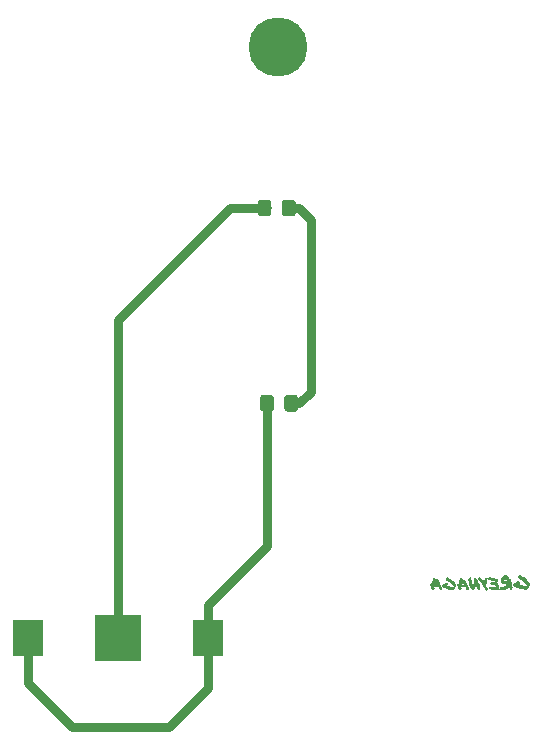
<source format=gbr>
G04 #@! TF.GenerationSoftware,KiCad,Pcbnew,5.1.4-e60b266~84~ubuntu18.04.1*
G04 #@! TF.CreationDate,2019-09-14T19:57:04-06:00*
G04 #@! TF.ProjectId,001,3030312e-6b69-4636-9164-5f7063625858,1*
G04 #@! TF.SameCoordinates,Original*
G04 #@! TF.FileFunction,Copper,L2,Bot*
G04 #@! TF.FilePolarity,Positive*
%FSLAX46Y46*%
G04 Gerber Fmt 4.6, Leading zero omitted, Abs format (unit mm)*
G04 Created by KiCad (PCBNEW 5.1.4-e60b266~84~ubuntu18.04.1) date 2019-09-14 19:57:04*
%MOMM*%
%LPD*%
G04 APERTURE LIST*
%ADD10C,0.152400*%
%ADD11R,3.960000X3.960000*%
%ADD12R,2.540000X3.170000*%
%ADD13C,1.150000*%
%ADD14C,5.000000*%
%ADD15C,0.762000*%
G04 APERTURE END LIST*
D10*
G36*
X151068023Y-94305496D02*
G01*
X151562239Y-94000681D01*
X151469219Y-93993781D01*
X151374479Y-93978280D01*
X151400319Y-93871483D01*
X151429599Y-93759516D01*
X151439939Y-93776746D01*
X151507119Y-93857707D01*
X151560519Y-93942117D01*
X151581189Y-93973127D01*
X151600139Y-94004137D01*
X151581189Y-94002437D01*
X151562239Y-94000737D01*
X151562239Y-94000681D01*
X151068023Y-94305496D01*
X151099033Y-94365786D01*
X151145543Y-94419186D01*
X151204113Y-94457086D01*
X151273013Y-94474316D01*
X151304023Y-94462256D01*
X151319523Y-94451926D01*
X151329863Y-94446726D01*
X151336763Y-94441526D01*
X151357433Y-94432926D01*
X151350533Y-94410536D01*
X151352233Y-94389866D01*
X151372903Y-94367476D01*
X151383243Y-94357135D01*
X151391843Y-94346806D01*
X151421123Y-94314076D01*
X151374613Y-94302016D01*
X151317763Y-94271006D01*
X151305703Y-94207266D01*
X151364273Y-94205566D01*
X151410783Y-94217626D01*
X151474513Y-94233126D01*
X151543413Y-94238326D01*
X151569253Y-94238326D01*
X151595093Y-94234926D01*
X151612313Y-94231526D01*
X151619213Y-94210856D01*
X151626113Y-94203956D01*
X151645063Y-94181566D01*
X151648463Y-94143666D01*
X151658793Y-94112655D01*
X151674293Y-94155716D01*
X151681193Y-94172946D01*
X151698423Y-94176346D01*
X151703623Y-94184946D01*
X151705323Y-94193546D01*
X151713923Y-94222826D01*
X151720823Y-94229726D01*
X151727723Y-94234926D01*
X151736323Y-94265936D01*
X151746663Y-94295216D01*
X151762163Y-94340006D01*
X151765563Y-94381346D01*
X151772463Y-94400296D01*
X151791413Y-94417526D01*
X151812083Y-94427856D01*
X151822423Y-94434756D01*
X151831023Y-94438156D01*
X151836223Y-94457106D01*
X151856893Y-94460506D01*
X151884453Y-94465706D01*
X151901683Y-94467406D01*
X151918913Y-94465706D01*
X151948193Y-94441586D01*
X151972313Y-94422636D01*
X151989533Y-94391626D01*
X151992933Y-94372675D01*
X151996333Y-94355446D01*
X152001533Y-94345116D01*
X152023923Y-94324446D01*
X152004973Y-94308946D01*
X152003273Y-94279666D01*
X151930923Y-94110857D01*
X151849963Y-93945492D01*
X151824123Y-93890372D01*
X151796563Y-93835251D01*
X151798263Y-93823191D01*
X151794863Y-93807691D01*
X151763853Y-93756011D01*
X151739733Y-93707781D01*
X151712173Y-93650941D01*
X151674273Y-93594102D01*
X151646713Y-93582041D01*
X151634653Y-93578641D01*
X151619153Y-93575241D01*
X151593313Y-93578641D01*
X151508913Y-93516631D01*
X151434843Y-93418441D01*
X151417613Y-93394331D01*
X151395223Y-93408111D01*
X151371103Y-93418441D01*
X151338373Y-93427041D01*
X151279803Y-93442541D01*
X151235013Y-93468381D01*
X151222953Y-93509721D01*
X151217753Y-93537281D01*
X151209153Y-93595851D01*
X151202253Y-93661311D01*
X151188473Y-93719881D01*
X151176413Y-93776721D01*
X151159183Y-93857682D01*
X151136793Y-93930032D01*
X151119563Y-93931732D01*
X151102343Y-93926532D01*
X151079953Y-93923132D01*
X151061003Y-93921432D01*
X151054103Y-93938662D01*
X151036873Y-93955892D01*
X151004143Y-93966232D01*
X150985193Y-93981732D01*
X150971413Y-93992072D01*
X150945573Y-94002402D01*
X150959353Y-94028242D01*
X151009303Y-94088532D01*
X151079923Y-94135042D01*
X151078223Y-94155712D01*
X151073023Y-94174662D01*
X151064423Y-94234952D01*
X151064423Y-94298682D01*
X151068023Y-94305496D01*
X151068023Y-94305496D01*
G37*
G36*
X151996324Y-94151824D02*
G01*
X152104845Y-94267235D01*
X152252984Y-94334415D01*
X152423516Y-94380925D01*
X152594049Y-94434325D01*
X152637109Y-94436025D01*
X152671559Y-94441225D01*
X152702569Y-94446425D01*
X152737019Y-94449825D01*
X152745619Y-94453225D01*
X152750819Y-94460125D01*
X152804219Y-94465325D01*
X152842119Y-94465325D01*
X152885179Y-94470525D01*
X152923079Y-94475725D01*
X153126340Y-94384425D01*
X153207300Y-94146713D01*
X153210700Y-94136383D01*
X153217600Y-94131183D01*
X153214200Y-94101903D01*
X153212500Y-94070893D01*
X153110870Y-93895193D01*
X152974789Y-93750498D01*
X152954119Y-93729828D01*
X152938619Y-93709158D01*
X152919669Y-93691928D01*
X152893829Y-93679868D01*
X152807699Y-93604078D01*
X152702624Y-93538618D01*
X152594104Y-93474888D01*
X152494194Y-93402538D01*
X152466634Y-93407738D01*
X152447684Y-93407738D01*
X152414954Y-93443908D01*
X152371894Y-93466298D01*
X152330554Y-93492138D01*
X152301274Y-93533478D01*
X152311614Y-93542078D01*
X152306414Y-93557578D01*
X152304714Y-93573078D01*
X152316774Y-93579978D01*
X152306444Y-93590318D01*
X152296104Y-93598918D01*
X152301304Y-93612698D01*
X152301304Y-93629928D01*
X152378824Y-93672988D01*
X152466674Y-93717778D01*
X152561414Y-93767728D01*
X152656154Y-93828018D01*
X152750894Y-93905539D01*
X152843914Y-93993389D01*
X152928324Y-94089849D01*
X152995504Y-94186309D01*
X152988604Y-94200089D01*
X152980004Y-94212149D01*
X152878374Y-94212149D01*
X152781914Y-94217349D01*
X152775014Y-94207009D01*
X152766414Y-94196669D01*
X152583824Y-94165659D01*
X152411569Y-94119149D01*
X152437409Y-94110549D01*
X152458079Y-94101949D01*
X152458079Y-94088169D01*
X152440849Y-94074389D01*
X152480469Y-94039939D01*
X152497699Y-93984819D01*
X152487369Y-93964149D01*
X152497699Y-93945199D01*
X152506299Y-93945199D01*
X152509699Y-93950399D01*
X152511399Y-93957299D01*
X152519999Y-93955599D01*
X152513099Y-93929759D01*
X152502759Y-93905649D01*
X152383904Y-93826408D01*
X152337394Y-93857419D01*
X152280554Y-93890149D01*
X152218544Y-93922879D01*
X152158254Y-93953889D01*
X152115194Y-93981449D01*
X152079024Y-94017619D01*
X152044574Y-94052069D01*
X152001514Y-94081349D01*
X151999814Y-94117519D01*
X151996414Y-94151969D01*
X151996324Y-94151824D01*
X151996324Y-94151824D01*
G37*
G36*
X153333022Y-94317189D02*
G01*
X153830838Y-94019188D01*
X153737818Y-94012288D01*
X153643078Y-93996788D01*
X153668918Y-93889990D01*
X153698198Y-93778023D01*
X153708528Y-93795253D01*
X153775708Y-93876214D01*
X153829108Y-93960624D01*
X153849778Y-93991634D01*
X153868728Y-94022644D01*
X153849778Y-94020944D01*
X153830828Y-94019244D01*
X153830838Y-94019188D01*
X153333022Y-94317189D01*
X153364032Y-94377479D01*
X153410542Y-94430879D01*
X153469112Y-94468779D01*
X153538012Y-94486009D01*
X153569022Y-94473949D01*
X153584522Y-94463619D01*
X153594862Y-94458419D01*
X153601762Y-94453219D01*
X153622432Y-94444619D01*
X153615532Y-94422229D01*
X153617232Y-94401559D01*
X153637902Y-94379169D01*
X153648242Y-94368829D01*
X153656842Y-94358498D01*
X153686122Y-94325769D01*
X153639612Y-94313709D01*
X153582762Y-94282699D01*
X153570702Y-94218959D01*
X153629272Y-94217259D01*
X153675782Y-94229319D01*
X153739512Y-94244819D01*
X153808412Y-94250019D01*
X153834252Y-94250019D01*
X153860092Y-94246619D01*
X153877312Y-94243219D01*
X153884212Y-94222549D01*
X153891112Y-94215649D01*
X153910062Y-94193259D01*
X153913462Y-94155359D01*
X153923792Y-94124349D01*
X153939292Y-94167409D01*
X153946192Y-94184639D01*
X153963422Y-94188039D01*
X153968622Y-94196639D01*
X153970322Y-94205239D01*
X153978922Y-94234519D01*
X153985822Y-94241419D01*
X153992722Y-94246619D01*
X154001322Y-94277629D01*
X154011662Y-94306909D01*
X154027162Y-94351699D01*
X154030562Y-94393039D01*
X154037462Y-94411989D01*
X154056412Y-94429219D01*
X154077082Y-94439549D01*
X154087422Y-94446449D01*
X154096022Y-94449849D01*
X154101222Y-94468799D01*
X154121892Y-94472199D01*
X154149452Y-94477399D01*
X154166682Y-94479099D01*
X154183912Y-94477399D01*
X154213192Y-94453279D01*
X154237312Y-94434329D01*
X154254532Y-94403319D01*
X154257932Y-94384369D01*
X154261332Y-94367139D01*
X154266532Y-94356809D01*
X154288922Y-94336139D01*
X154269972Y-94320639D01*
X154268272Y-94291359D01*
X154195922Y-94122550D01*
X154114962Y-93957185D01*
X154089122Y-93902065D01*
X154061562Y-93846944D01*
X154063262Y-93834884D01*
X154059862Y-93819384D01*
X154028852Y-93767704D01*
X154004732Y-93719474D01*
X153977172Y-93662634D01*
X153939272Y-93605794D01*
X153911712Y-93593735D01*
X153899652Y-93590334D01*
X153884152Y-93586934D01*
X153858312Y-93590334D01*
X153773912Y-93528324D01*
X153699842Y-93430134D01*
X153682612Y-93406024D01*
X153660222Y-93419804D01*
X153636102Y-93430134D01*
X153603372Y-93438734D01*
X153544802Y-93454234D01*
X153500012Y-93480074D01*
X153487952Y-93521414D01*
X153482752Y-93548974D01*
X153474152Y-93607544D01*
X153467252Y-93673004D01*
X153453472Y-93731574D01*
X153441412Y-93788414D01*
X153424192Y-93869375D01*
X153401802Y-93941725D01*
X153384572Y-93943425D01*
X153367352Y-93938225D01*
X153344962Y-93934825D01*
X153326012Y-93933125D01*
X153319112Y-93950355D01*
X153301882Y-93967585D01*
X153269152Y-93977925D01*
X153250202Y-93993425D01*
X153236422Y-94003765D01*
X153210582Y-94014095D01*
X153224362Y-94039935D01*
X153274312Y-94100225D01*
X153344932Y-94146735D01*
X153343232Y-94167405D01*
X153338032Y-94186355D01*
X153329432Y-94246645D01*
X153329432Y-94310375D01*
X153333022Y-94317189D01*
X153333022Y-94317189D01*
G37*
G36*
X154886760Y-94148379D02*
G01*
X154909150Y-94167329D01*
X154922930Y-94196609D01*
X154934990Y-94225889D01*
X154952220Y-94237949D01*
X154962550Y-94262069D01*
X154976330Y-94284459D01*
X154986660Y-94308579D01*
X154983260Y-94337859D01*
X155000480Y-94367139D01*
X155009080Y-94403309D01*
X155022860Y-94432589D01*
X155060760Y-94442929D01*
X155062460Y-94451529D01*
X155057260Y-94463589D01*
X155086540Y-94465289D01*
X155108930Y-94473889D01*
X155164050Y-94437719D01*
X155201950Y-94380879D01*
X155231230Y-94315419D01*
X155255350Y-94258579D01*
X155253650Y-94222409D01*
X155265710Y-94191399D01*
X155244370Y-94146239D01*
X155222540Y-94100319D01*
X155200230Y-94053649D01*
X155177430Y-94006229D01*
X155154150Y-93958049D01*
X155130380Y-93909119D01*
X155106130Y-93859429D01*
X155081390Y-93808988D01*
X155056570Y-93758248D01*
X155032080Y-93707678D01*
X155007910Y-93657268D01*
X154984060Y-93607018D01*
X154960540Y-93556928D01*
X154937340Y-93506998D01*
X154914460Y-93457228D01*
X154891910Y-93407628D01*
X154814400Y-93443798D01*
X154743780Y-93488588D01*
X154688660Y-93548878D01*
X154659380Y-93622948D01*
X154667980Y-93631548D01*
X154674880Y-93633248D01*
X154667980Y-93645308D01*
X154667980Y-93652208D01*
X154667980Y-93662548D01*
X154662780Y-93678048D01*
X154673110Y-93679748D01*
X154683450Y-93679748D01*
X154680050Y-93710758D01*
X154686950Y-93733148D01*
X154695550Y-93753818D01*
X154693850Y-93781378D01*
X154702450Y-93784778D01*
X154705850Y-93789979D01*
X154711050Y-93795178D01*
X154717950Y-93795178D01*
X154714550Y-93870969D01*
X154717950Y-93948479D01*
X154716250Y-94029439D01*
X154704190Y-94115569D01*
X154606010Y-94022549D01*
X154545720Y-93895080D01*
X154509550Y-93743495D01*
X154483710Y-93578130D01*
X154459590Y-93540230D01*
X154444090Y-93493720D01*
X154430310Y-93443770D01*
X154413080Y-93397260D01*
X154370020Y-93414490D01*
X154335570Y-93442050D01*
X154302840Y-93469610D01*
X154259780Y-93485110D01*
X154221880Y-93541950D01*
X154199490Y-93600520D01*
X154213270Y-93631530D01*
X154221870Y-93665980D01*
X154235650Y-93698710D01*
X154259770Y-93722830D01*
X154273550Y-93805510D01*
X154289050Y-93877861D01*
X154301110Y-93953651D01*
X154304510Y-94038051D01*
X154333790Y-94122451D01*
X154357910Y-94203411D01*
X154400970Y-94256811D01*
X154433700Y-94318821D01*
X154442300Y-94322221D01*
X154454360Y-94317021D01*
X154454360Y-94327361D01*
X154459560Y-94334261D01*
X154462960Y-94341161D01*
X154459560Y-94354941D01*
X154502620Y-94384221D01*
X154543960Y-94418671D01*
X154595640Y-94439341D01*
X154673150Y-94427281D01*
X154798896Y-94308425D01*
X154886746Y-94148228D01*
X154886760Y-94148379D01*
X154886760Y-94148379D01*
G37*
G36*
X155394912Y-94010575D02*
G01*
X155415582Y-94036415D01*
X155432812Y-94065695D01*
X155451762Y-94101865D01*
X155477602Y-94132875D01*
X155494832Y-94174215D01*
X155522392Y-94206945D01*
X155603352Y-94356807D01*
X155613692Y-94387817D01*
X155629192Y-94415377D01*
X155636092Y-94427437D01*
X155641292Y-94436037D01*
X155644692Y-94453267D01*
X155663642Y-94477387D01*
X155682592Y-94496337D01*
X155694652Y-94510117D01*
X155720492Y-94520447D01*
X155873798Y-94386089D01*
X155872098Y-94368859D01*
X155866898Y-94351639D01*
X155859998Y-94330969D01*
X155844498Y-94282739D01*
X155815218Y-94239679D01*
X155799718Y-94201779D01*
X155758378Y-94120819D01*
X155720478Y-94055359D01*
X155698088Y-94017459D01*
X155739428Y-93967509D01*
X155779048Y-93884829D01*
X155803168Y-93814208D01*
X155808368Y-93776308D01*
X155815268Y-93743578D01*
X155823868Y-93705678D01*
X155827268Y-93666058D01*
X155837598Y-93641938D01*
X155834198Y-93624708D01*
X155832498Y-93593698D01*
X155841098Y-93552358D01*
X155849698Y-93514458D01*
X155851398Y-93473118D01*
X155841058Y-93435218D01*
X155808328Y-93402488D01*
X155779048Y-93400788D01*
X155749768Y-93418018D01*
X155720488Y-93433518D01*
X155684318Y-93450748D01*
X155648148Y-93473138D01*
X155636088Y-93497258D01*
X155613698Y-93516208D01*
X155613698Y-93535158D01*
X155611998Y-93554108D01*
X155605098Y-93581668D01*
X155598198Y-93602339D01*
X155592998Y-93648848D01*
X155582668Y-93688468D01*
X155572338Y-93728088D01*
X155570638Y-93772878D01*
X155553408Y-93760818D01*
X155546508Y-93755618D01*
X155539608Y-93750418D01*
X155437978Y-93612614D01*
X155441378Y-93595384D01*
X155405208Y-93560934D01*
X155379368Y-93535094D01*
X155356978Y-93509254D01*
X155338028Y-93495474D01*
X155181276Y-93388676D01*
X155157156Y-93385276D01*
X155150256Y-93407666D01*
X155122696Y-93442116D01*
X155076186Y-93471396D01*
X155060686Y-93481736D01*
X155052086Y-93507576D01*
X155053786Y-93523076D01*
X155046886Y-93540306D01*
X155081336Y-93600596D01*
X155119236Y-93635046D01*
X155148516Y-93660886D01*
X155167466Y-93688446D01*
X155179526Y-93702226D01*
X155226036Y-93757346D01*
X155231236Y-93778016D01*
X155251906Y-93778016D01*
X155260506Y-93784916D01*
X155277736Y-93814196D01*
X155294956Y-93836586D01*
X155303556Y-93845187D01*
X155308756Y-93858967D01*
X155313956Y-93872747D01*
X155341516Y-93907197D01*
X155353576Y-93931317D01*
X155367356Y-93958877D01*
X155386306Y-93984717D01*
X155394912Y-94010575D01*
X155394912Y-94010575D01*
G37*
G36*
X155904786Y-93492087D02*
G01*
X155904786Y-93511037D01*
X155906486Y-93521367D01*
X155906486Y-93533427D01*
X155903086Y-93550657D01*
X155987496Y-93631617D01*
X156089126Y-93662627D01*
X156202814Y-93681577D01*
X156316502Y-93726367D01*
X156357842Y-93726367D01*
X156409522Y-93731567D01*
X156435362Y-93747067D01*
X156466372Y-93755667D01*
X156461172Y-93788398D01*
X156455972Y-93814237D01*
X156323335Y-93812537D01*
X156178641Y-93803937D01*
X156180341Y-93815997D01*
X156182041Y-93824597D01*
X156157921Y-93846987D01*
X156133801Y-93871108D01*
X156109681Y-93891778D01*
X156078671Y-93896978D01*
X156070071Y-93927988D01*
X156073471Y-93960718D01*
X156128591Y-94000338D01*
X156187161Y-94034788D01*
X156250891Y-94060628D01*
X156324961Y-94067528D01*
X156338741Y-94067528D01*
X156349081Y-94062328D01*
X156388701Y-94067528D01*
X156426601Y-94072728D01*
X156473111Y-94065828D01*
X156519621Y-94058928D01*
X156569571Y-94136438D01*
X156609191Y-94224288D01*
X156512731Y-94231188D01*
X156438661Y-94225988D01*
X156368041Y-94217388D01*
X156276741Y-94213988D01*
X156195781Y-94189868D01*
X156107931Y-94169198D01*
X156083811Y-94188148D01*
X156064861Y-94212268D01*
X156044191Y-94231218D01*
X156018351Y-94238118D01*
X156009751Y-94255348D01*
X156004551Y-94272568D01*
X155999351Y-94288068D01*
X155983851Y-94291468D01*
X156044141Y-94379318D01*
X156119931Y-94424108D01*
X156216391Y-94448218D01*
X156331802Y-94468888D01*
X156357642Y-94467188D01*
X156381762Y-94463788D01*
X156476502Y-94479288D01*
X156588468Y-94484488D01*
X156696988Y-94468988D01*
X156781388Y-94424198D01*
X156800338Y-94396638D01*
X156822728Y-94370798D01*
X156829628Y-94320848D01*
X156839958Y-94264008D01*
X156848558Y-94203718D01*
X156845158Y-94150318D01*
X156824488Y-94103808D01*
X156812428Y-94059018D01*
X156802088Y-94050418D01*
X156788308Y-94043518D01*
X156765918Y-93984948D01*
X156741798Y-93931548D01*
X156715958Y-93879868D01*
X156690118Y-93819577D01*
X156726288Y-93771347D01*
X156741788Y-93717947D01*
X156750388Y-93662827D01*
X156762448Y-93604257D01*
X156721108Y-93562917D01*
X156665988Y-93535357D01*
X156602248Y-93518127D01*
X156529898Y-93502627D01*
X156407597Y-93468177D01*
X156300799Y-93449227D01*
X156190556Y-93433727D01*
X156061365Y-93413057D01*
X156032085Y-93428557D01*
X156016585Y-93419957D01*
X156007985Y-93409627D01*
X155964925Y-93459577D01*
X155904635Y-93492307D01*
X155904786Y-93492087D01*
X155904786Y-93492087D01*
G37*
G36*
X157958064Y-94313743D02*
G01*
X157534493Y-93704105D01*
X157563773Y-93783345D01*
X157412189Y-93743725D01*
X157262327Y-93681715D01*
X157307117Y-93580085D01*
X157382907Y-93526685D01*
X157382913Y-93526685D01*
X157432863Y-93586975D01*
X157487983Y-93642095D01*
X157534493Y-93704105D01*
X157958064Y-94313743D01*
X157973564Y-94301683D01*
X157989064Y-94272403D01*
X157970114Y-94272403D01*
X157977014Y-94203503D01*
X157961514Y-94141493D01*
X157947734Y-94082923D01*
X157952934Y-94022633D01*
X157940874Y-94019233D01*
X157933974Y-93995113D01*
X157932274Y-93964103D01*
X157933974Y-93936543D01*
X157899524Y-93826299D01*
X157875404Y-93714334D01*
X157853014Y-93605813D01*
X157818564Y-93505903D01*
X157768614Y-93512803D01*
X157732444Y-93535193D01*
X157637704Y-93435283D01*
X157555024Y-93321595D01*
X157458564Y-93221685D01*
X157325927Y-93170005D01*
X157232907Y-93233735D01*
X157148497Y-93316415D01*
X157122657Y-93335365D01*
X157095097Y-93352595D01*
X157095097Y-93378435D01*
X157055477Y-93431835D01*
X157026197Y-93495565D01*
X157000357Y-93562745D01*
X156972797Y-93626475D01*
X156976197Y-93645425D01*
X156972797Y-93660925D01*
X156967597Y-93678145D01*
X156965897Y-93700535D01*
X157026187Y-93848674D01*
X157153656Y-93939975D01*
X157312130Y-94000265D01*
X157465437Y-94053665D01*
X157458537Y-94060565D01*
X157453337Y-94070895D01*
X157374097Y-94120845D01*
X157320697Y-94153575D01*
X157265577Y-94174245D01*
X157181167Y-94194915D01*
X157098487Y-94215585D01*
X157043367Y-94227645D01*
X156991687Y-94234545D01*
X156917617Y-94243145D01*
X156886607Y-94287935D01*
X156869377Y-94339615D01*
X156867677Y-94389565D01*
X156881457Y-94425735D01*
X156872857Y-94432635D01*
X156855637Y-94432635D01*
X156876307Y-94453305D01*
X156893537Y-94477425D01*
X156914207Y-94499815D01*
X156941767Y-94511875D01*
X157100242Y-94513575D01*
X157346566Y-94434335D01*
X157467144Y-94384385D01*
X157548104Y-94341325D01*
X157611834Y-94294815D01*
X157679014Y-94234525D01*
X157685914Y-94241425D01*
X157691114Y-94248325D01*
X157718674Y-94360289D01*
X157770354Y-94448140D01*
X157808254Y-94453340D01*
X157830644Y-94472290D01*
X157856484Y-94470590D01*
X157871984Y-94461990D01*
X157887484Y-94451650D01*
X157915044Y-94448250D01*
X157925384Y-94418970D01*
X157952944Y-94405190D01*
X157949544Y-94379350D01*
X157954744Y-94358679D01*
X157961644Y-94338010D01*
X157958244Y-94313890D01*
X157958064Y-94313743D01*
X157958064Y-94313743D01*
G37*
G36*
X159493199Y-94045371D02*
G01*
X159487999Y-94010921D01*
X159486299Y-93971301D01*
X159365720Y-93761149D01*
X159202078Y-93588894D01*
X159177968Y-93564774D01*
X159159018Y-93538934D01*
X159136628Y-93518264D01*
X159105618Y-93504484D01*
X159002266Y-93413184D01*
X158876520Y-93333944D01*
X158745606Y-93256434D01*
X158625028Y-93170304D01*
X158595748Y-93178904D01*
X158571628Y-93177204D01*
X158532008Y-93223714D01*
X158480328Y-93249554D01*
X158430378Y-93280564D01*
X158394208Y-93328794D01*
X158406268Y-93337394D01*
X158401068Y-93356344D01*
X158397668Y-93375294D01*
X158413168Y-93383894D01*
X158401108Y-93395954D01*
X158389048Y-93408014D01*
X158394248Y-93425234D01*
X158394248Y-93444184D01*
X158487268Y-93497584D01*
X158594066Y-93549264D01*
X158707754Y-93609554D01*
X158821442Y-93681904D01*
X158936853Y-93773204D01*
X159047096Y-93880003D01*
X159147006Y-93995414D01*
X159226246Y-94110825D01*
X159217646Y-94126325D01*
X159207316Y-94141825D01*
X159085015Y-94141825D01*
X158971327Y-94148725D01*
X158962727Y-94134945D01*
X158952387Y-94122885D01*
X158733623Y-94084985D01*
X158526917Y-94029865D01*
X158582037Y-94010915D01*
X158582037Y-93993685D01*
X158563087Y-93976465D01*
X158609597Y-93935125D01*
X158630267Y-93867945D01*
X158618207Y-93843834D01*
X158630267Y-93821444D01*
X158640607Y-93821444D01*
X158644007Y-93828344D01*
X158647407Y-93835244D01*
X158656007Y-93835244D01*
X158647407Y-93804234D01*
X158637067Y-93774954D01*
X158494096Y-93680214D01*
X158438976Y-93716384D01*
X158370076Y-93754284D01*
X158296006Y-93793904D01*
X158225386Y-93831804D01*
X158171986Y-93866255D01*
X158128926Y-93907595D01*
X158087586Y-93948935D01*
X158037636Y-93983384D01*
X158034236Y-94028175D01*
X158030836Y-94069515D01*
X158110076Y-94169425D01*
X158215151Y-94238325D01*
X158337452Y-94288275D01*
X158471811Y-94326175D01*
X158611337Y-94364075D01*
X158747418Y-94408865D01*
X158797368Y-94410565D01*
X158836988Y-94415765D01*
X158874888Y-94422665D01*
X158916228Y-94427865D01*
X158928288Y-94431265D01*
X158935188Y-94439865D01*
X158997198Y-94445065D01*
X159043708Y-94445065D01*
X159093658Y-94451965D01*
X159141888Y-94457165D01*
X159384767Y-94346922D01*
X159481227Y-94062701D01*
X159484627Y-94052371D01*
X159493227Y-94045471D01*
X159493199Y-94045371D01*
X159493199Y-94045371D01*
G37*
D11*
X124561600Y-98526600D03*
D12*
X116941600Y-98526600D03*
X132181600Y-98526600D03*
D10*
G36*
X139372705Y-61429604D02*
G01*
X139396973Y-61433204D01*
X139420772Y-61439165D01*
X139443871Y-61447430D01*
X139466050Y-61457920D01*
X139487093Y-61470532D01*
X139506799Y-61485147D01*
X139524977Y-61501623D01*
X139541453Y-61519801D01*
X139556068Y-61539507D01*
X139568680Y-61560550D01*
X139579170Y-61582729D01*
X139587435Y-61605828D01*
X139593396Y-61629627D01*
X139596996Y-61653895D01*
X139598200Y-61678399D01*
X139598200Y-62578401D01*
X139596996Y-62602905D01*
X139593396Y-62627173D01*
X139587435Y-62650972D01*
X139579170Y-62674071D01*
X139568680Y-62696250D01*
X139556068Y-62717293D01*
X139541453Y-62736999D01*
X139524977Y-62755177D01*
X139506799Y-62771653D01*
X139487093Y-62786268D01*
X139466050Y-62798880D01*
X139443871Y-62809370D01*
X139420772Y-62817635D01*
X139396973Y-62823596D01*
X139372705Y-62827196D01*
X139348201Y-62828400D01*
X138698199Y-62828400D01*
X138673695Y-62827196D01*
X138649427Y-62823596D01*
X138625628Y-62817635D01*
X138602529Y-62809370D01*
X138580350Y-62798880D01*
X138559307Y-62786268D01*
X138539601Y-62771653D01*
X138521423Y-62755177D01*
X138504947Y-62736999D01*
X138490332Y-62717293D01*
X138477720Y-62696250D01*
X138467230Y-62674071D01*
X138458965Y-62650972D01*
X138453004Y-62627173D01*
X138449404Y-62602905D01*
X138448200Y-62578401D01*
X138448200Y-61678399D01*
X138449404Y-61653895D01*
X138453004Y-61629627D01*
X138458965Y-61605828D01*
X138467230Y-61582729D01*
X138477720Y-61560550D01*
X138490332Y-61539507D01*
X138504947Y-61519801D01*
X138521423Y-61501623D01*
X138539601Y-61485147D01*
X138559307Y-61470532D01*
X138580350Y-61457920D01*
X138602529Y-61447430D01*
X138625628Y-61439165D01*
X138649427Y-61433204D01*
X138673695Y-61429604D01*
X138698199Y-61428400D01*
X139348201Y-61428400D01*
X139372705Y-61429604D01*
X139372705Y-61429604D01*
G37*
D13*
X139023200Y-62128400D03*
D10*
G36*
X137322705Y-61429604D02*
G01*
X137346973Y-61433204D01*
X137370772Y-61439165D01*
X137393871Y-61447430D01*
X137416050Y-61457920D01*
X137437093Y-61470532D01*
X137456799Y-61485147D01*
X137474977Y-61501623D01*
X137491453Y-61519801D01*
X137506068Y-61539507D01*
X137518680Y-61560550D01*
X137529170Y-61582729D01*
X137537435Y-61605828D01*
X137543396Y-61629627D01*
X137546996Y-61653895D01*
X137548200Y-61678399D01*
X137548200Y-62578401D01*
X137546996Y-62602905D01*
X137543396Y-62627173D01*
X137537435Y-62650972D01*
X137529170Y-62674071D01*
X137518680Y-62696250D01*
X137506068Y-62717293D01*
X137491453Y-62736999D01*
X137474977Y-62755177D01*
X137456799Y-62771653D01*
X137437093Y-62786268D01*
X137416050Y-62798880D01*
X137393871Y-62809370D01*
X137370772Y-62817635D01*
X137346973Y-62823596D01*
X137322705Y-62827196D01*
X137298201Y-62828400D01*
X136648199Y-62828400D01*
X136623695Y-62827196D01*
X136599427Y-62823596D01*
X136575628Y-62817635D01*
X136552529Y-62809370D01*
X136530350Y-62798880D01*
X136509307Y-62786268D01*
X136489601Y-62771653D01*
X136471423Y-62755177D01*
X136454947Y-62736999D01*
X136440332Y-62717293D01*
X136427720Y-62696250D01*
X136417230Y-62674071D01*
X136408965Y-62650972D01*
X136403004Y-62627173D01*
X136399404Y-62602905D01*
X136398200Y-62578401D01*
X136398200Y-61678399D01*
X136399404Y-61653895D01*
X136403004Y-61629627D01*
X136408965Y-61605828D01*
X136417230Y-61582729D01*
X136427720Y-61560550D01*
X136440332Y-61539507D01*
X136454947Y-61519801D01*
X136471423Y-61501623D01*
X136489601Y-61485147D01*
X136509307Y-61470532D01*
X136530350Y-61457920D01*
X136552529Y-61447430D01*
X136575628Y-61439165D01*
X136599427Y-61433204D01*
X136623695Y-61429604D01*
X136648199Y-61428400D01*
X137298201Y-61428400D01*
X137322705Y-61429604D01*
X137322705Y-61429604D01*
G37*
D13*
X136973200Y-62128400D03*
D10*
G36*
X137525905Y-77965004D02*
G01*
X137550173Y-77968604D01*
X137573972Y-77974565D01*
X137597071Y-77982830D01*
X137619250Y-77993320D01*
X137640293Y-78005932D01*
X137659999Y-78020547D01*
X137678177Y-78037023D01*
X137694653Y-78055201D01*
X137709268Y-78074907D01*
X137721880Y-78095950D01*
X137732370Y-78118129D01*
X137740635Y-78141228D01*
X137746596Y-78165027D01*
X137750196Y-78189295D01*
X137751400Y-78213799D01*
X137751400Y-79113801D01*
X137750196Y-79138305D01*
X137746596Y-79162573D01*
X137740635Y-79186372D01*
X137732370Y-79209471D01*
X137721880Y-79231650D01*
X137709268Y-79252693D01*
X137694653Y-79272399D01*
X137678177Y-79290577D01*
X137659999Y-79307053D01*
X137640293Y-79321668D01*
X137619250Y-79334280D01*
X137597071Y-79344770D01*
X137573972Y-79353035D01*
X137550173Y-79358996D01*
X137525905Y-79362596D01*
X137501401Y-79363800D01*
X136851399Y-79363800D01*
X136826895Y-79362596D01*
X136802627Y-79358996D01*
X136778828Y-79353035D01*
X136755729Y-79344770D01*
X136733550Y-79334280D01*
X136712507Y-79321668D01*
X136692801Y-79307053D01*
X136674623Y-79290577D01*
X136658147Y-79272399D01*
X136643532Y-79252693D01*
X136630920Y-79231650D01*
X136620430Y-79209471D01*
X136612165Y-79186372D01*
X136606204Y-79162573D01*
X136602604Y-79138305D01*
X136601400Y-79113801D01*
X136601400Y-78213799D01*
X136602604Y-78189295D01*
X136606204Y-78165027D01*
X136612165Y-78141228D01*
X136620430Y-78118129D01*
X136630920Y-78095950D01*
X136643532Y-78074907D01*
X136658147Y-78055201D01*
X136674623Y-78037023D01*
X136692801Y-78020547D01*
X136712507Y-78005932D01*
X136733550Y-77993320D01*
X136755729Y-77982830D01*
X136778828Y-77974565D01*
X136802627Y-77968604D01*
X136826895Y-77965004D01*
X136851399Y-77963800D01*
X137501401Y-77963800D01*
X137525905Y-77965004D01*
X137525905Y-77965004D01*
G37*
D13*
X137176400Y-78663800D03*
D10*
G36*
X139575905Y-77965004D02*
G01*
X139600173Y-77968604D01*
X139623972Y-77974565D01*
X139647071Y-77982830D01*
X139669250Y-77993320D01*
X139690293Y-78005932D01*
X139709999Y-78020547D01*
X139728177Y-78037023D01*
X139744653Y-78055201D01*
X139759268Y-78074907D01*
X139771880Y-78095950D01*
X139782370Y-78118129D01*
X139790635Y-78141228D01*
X139796596Y-78165027D01*
X139800196Y-78189295D01*
X139801400Y-78213799D01*
X139801400Y-79113801D01*
X139800196Y-79138305D01*
X139796596Y-79162573D01*
X139790635Y-79186372D01*
X139782370Y-79209471D01*
X139771880Y-79231650D01*
X139759268Y-79252693D01*
X139744653Y-79272399D01*
X139728177Y-79290577D01*
X139709999Y-79307053D01*
X139690293Y-79321668D01*
X139669250Y-79334280D01*
X139647071Y-79344770D01*
X139623972Y-79353035D01*
X139600173Y-79358996D01*
X139575905Y-79362596D01*
X139551401Y-79363800D01*
X138901399Y-79363800D01*
X138876895Y-79362596D01*
X138852627Y-79358996D01*
X138828828Y-79353035D01*
X138805729Y-79344770D01*
X138783550Y-79334280D01*
X138762507Y-79321668D01*
X138742801Y-79307053D01*
X138724623Y-79290577D01*
X138708147Y-79272399D01*
X138693532Y-79252693D01*
X138680920Y-79231650D01*
X138670430Y-79209471D01*
X138662165Y-79186372D01*
X138656204Y-79162573D01*
X138652604Y-79138305D01*
X138651400Y-79113801D01*
X138651400Y-78213799D01*
X138652604Y-78189295D01*
X138656204Y-78165027D01*
X138662165Y-78141228D01*
X138670430Y-78118129D01*
X138680920Y-78095950D01*
X138693532Y-78074907D01*
X138708147Y-78055201D01*
X138724623Y-78037023D01*
X138742801Y-78020547D01*
X138762507Y-78005932D01*
X138783550Y-77993320D01*
X138805729Y-77982830D01*
X138828828Y-77974565D01*
X138852627Y-77968604D01*
X138876895Y-77965004D01*
X138901399Y-77963800D01*
X139551401Y-77963800D01*
X139575905Y-77965004D01*
X139575905Y-77965004D01*
G37*
D13*
X139226400Y-78663800D03*
D14*
X138074400Y-48488600D03*
D15*
X137176400Y-90788600D02*
X137176400Y-78663800D01*
X132181600Y-98526600D02*
X132181600Y-95783400D01*
X132181600Y-95783400D02*
X137176400Y-90788600D01*
X132181600Y-102768400D02*
X132181600Y-98526600D01*
X128905000Y-106045000D02*
X132181600Y-102768400D01*
X120650000Y-106045000D02*
X128905000Y-106045000D01*
X116941600Y-98526600D02*
X116941600Y-102336600D01*
X116941600Y-102336600D02*
X120650000Y-106045000D01*
X124561600Y-71653400D02*
X124561600Y-98526600D01*
X136973200Y-62128400D02*
X134086600Y-62128400D01*
X134086600Y-62128400D02*
X124561600Y-71653400D01*
X140893800Y-63119000D02*
X139903200Y-62128400D01*
X140893800Y-77671400D02*
X140893800Y-63119000D01*
X139226400Y-78663800D02*
X139901400Y-78663800D01*
X139903200Y-62128400D02*
X139023200Y-62128400D01*
X139901400Y-78663800D02*
X140893800Y-77671400D01*
M02*

</source>
